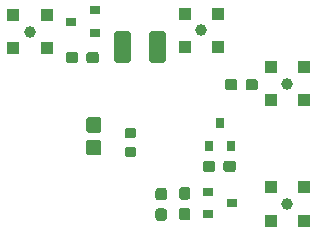
<source format=gtp>
G04 #@! TF.GenerationSoftware,KiCad,Pcbnew,(5.1.5-0)*
G04 #@! TF.CreationDate,2022-02-21T13:17:38-07:00*
G04 #@! TF.ProjectId,diode_ref,64696f64-655f-4726-9566-2e6b69636164,rev?*
G04 #@! TF.SameCoordinates,Original*
G04 #@! TF.FileFunction,Paste,Top*
G04 #@! TF.FilePolarity,Positive*
%FSLAX46Y46*%
G04 Gerber Fmt 4.6, Leading zero omitted, Abs format (unit mm)*
G04 Created by KiCad (PCBNEW (5.1.5-0)) date 2022-02-21 13:17:38*
%MOMM*%
%LPD*%
G04 APERTURE LIST*
%ADD10C,0.100000*%
%ADD11R,0.900000X0.800000*%
%ADD12R,1.000000X1.000000*%
%ADD13C,1.000000*%
%ADD14R,0.800000X0.900000*%
G04 APERTURE END LIST*
D10*
G36*
X118860779Y-65726144D02*
G01*
X118883834Y-65729563D01*
X118906443Y-65735227D01*
X118928387Y-65743079D01*
X118949457Y-65753044D01*
X118969448Y-65765026D01*
X118988168Y-65778910D01*
X119005438Y-65794562D01*
X119021090Y-65811832D01*
X119034974Y-65830552D01*
X119046956Y-65850543D01*
X119056921Y-65871613D01*
X119064773Y-65893557D01*
X119070437Y-65916166D01*
X119073856Y-65939221D01*
X119075000Y-65962500D01*
X119075000Y-66437500D01*
X119073856Y-66460779D01*
X119070437Y-66483834D01*
X119064773Y-66506443D01*
X119056921Y-66528387D01*
X119046956Y-66549457D01*
X119034974Y-66569448D01*
X119021090Y-66588168D01*
X119005438Y-66605438D01*
X118988168Y-66621090D01*
X118969448Y-66634974D01*
X118949457Y-66646956D01*
X118928387Y-66656921D01*
X118906443Y-66664773D01*
X118883834Y-66670437D01*
X118860779Y-66673856D01*
X118837500Y-66675000D01*
X118262500Y-66675000D01*
X118239221Y-66673856D01*
X118216166Y-66670437D01*
X118193557Y-66664773D01*
X118171613Y-66656921D01*
X118150543Y-66646956D01*
X118130552Y-66634974D01*
X118111832Y-66621090D01*
X118094562Y-66605438D01*
X118078910Y-66588168D01*
X118065026Y-66569448D01*
X118053044Y-66549457D01*
X118043079Y-66528387D01*
X118035227Y-66506443D01*
X118029563Y-66483834D01*
X118026144Y-66460779D01*
X118025000Y-66437500D01*
X118025000Y-65962500D01*
X118026144Y-65939221D01*
X118029563Y-65916166D01*
X118035227Y-65893557D01*
X118043079Y-65871613D01*
X118053044Y-65850543D01*
X118065026Y-65830552D01*
X118078910Y-65811832D01*
X118094562Y-65794562D01*
X118111832Y-65778910D01*
X118130552Y-65765026D01*
X118150543Y-65753044D01*
X118171613Y-65743079D01*
X118193557Y-65735227D01*
X118216166Y-65729563D01*
X118239221Y-65726144D01*
X118262500Y-65725000D01*
X118837500Y-65725000D01*
X118860779Y-65726144D01*
G37*
G36*
X120610779Y-65726144D02*
G01*
X120633834Y-65729563D01*
X120656443Y-65735227D01*
X120678387Y-65743079D01*
X120699457Y-65753044D01*
X120719448Y-65765026D01*
X120738168Y-65778910D01*
X120755438Y-65794562D01*
X120771090Y-65811832D01*
X120784974Y-65830552D01*
X120796956Y-65850543D01*
X120806921Y-65871613D01*
X120814773Y-65893557D01*
X120820437Y-65916166D01*
X120823856Y-65939221D01*
X120825000Y-65962500D01*
X120825000Y-66437500D01*
X120823856Y-66460779D01*
X120820437Y-66483834D01*
X120814773Y-66506443D01*
X120806921Y-66528387D01*
X120796956Y-66549457D01*
X120784974Y-66569448D01*
X120771090Y-66588168D01*
X120755438Y-66605438D01*
X120738168Y-66621090D01*
X120719448Y-66634974D01*
X120699457Y-66646956D01*
X120678387Y-66656921D01*
X120656443Y-66664773D01*
X120633834Y-66670437D01*
X120610779Y-66673856D01*
X120587500Y-66675000D01*
X120012500Y-66675000D01*
X119989221Y-66673856D01*
X119966166Y-66670437D01*
X119943557Y-66664773D01*
X119921613Y-66656921D01*
X119900543Y-66646956D01*
X119880552Y-66634974D01*
X119861832Y-66621090D01*
X119844562Y-66605438D01*
X119828910Y-66588168D01*
X119815026Y-66569448D01*
X119803044Y-66549457D01*
X119793079Y-66528387D01*
X119785227Y-66506443D01*
X119779563Y-66483834D01*
X119776144Y-66460779D01*
X119775000Y-66437500D01*
X119775000Y-65962500D01*
X119776144Y-65939221D01*
X119779563Y-65916166D01*
X119785227Y-65893557D01*
X119793079Y-65871613D01*
X119803044Y-65850543D01*
X119815026Y-65830552D01*
X119828910Y-65811832D01*
X119844562Y-65794562D01*
X119861832Y-65778910D01*
X119880552Y-65765026D01*
X119900543Y-65753044D01*
X119921613Y-65743079D01*
X119943557Y-65735227D01*
X119966166Y-65729563D01*
X119989221Y-65726144D01*
X120012500Y-65725000D01*
X120587500Y-65725000D01*
X120610779Y-65726144D01*
G37*
D11*
X118500000Y-63150000D03*
X120500000Y-62200000D03*
X120500000Y-64100000D03*
D12*
X128100000Y-62500000D03*
X130900000Y-62500000D03*
X130900000Y-65300000D03*
X128100000Y-65300000D03*
D13*
X129500000Y-63900000D03*
D12*
X113600000Y-62600000D03*
X116400000Y-62600000D03*
X116400000Y-65400000D03*
X113600000Y-65400000D03*
D13*
X115000000Y-64000000D03*
D10*
G36*
X126287004Y-63976204D02*
G01*
X126311273Y-63979804D01*
X126335071Y-63985765D01*
X126358171Y-63994030D01*
X126380349Y-64004520D01*
X126401393Y-64017133D01*
X126421098Y-64031747D01*
X126439277Y-64048223D01*
X126455753Y-64066402D01*
X126470367Y-64086107D01*
X126482980Y-64107151D01*
X126493470Y-64129329D01*
X126501735Y-64152429D01*
X126507696Y-64176227D01*
X126511296Y-64200496D01*
X126512500Y-64225000D01*
X126512500Y-66375000D01*
X126511296Y-66399504D01*
X126507696Y-66423773D01*
X126501735Y-66447571D01*
X126493470Y-66470671D01*
X126482980Y-66492849D01*
X126470367Y-66513893D01*
X126455753Y-66533598D01*
X126439277Y-66551777D01*
X126421098Y-66568253D01*
X126401393Y-66582867D01*
X126380349Y-66595480D01*
X126358171Y-66605970D01*
X126335071Y-66614235D01*
X126311273Y-66620196D01*
X126287004Y-66623796D01*
X126262500Y-66625000D01*
X125337500Y-66625000D01*
X125312996Y-66623796D01*
X125288727Y-66620196D01*
X125264929Y-66614235D01*
X125241829Y-66605970D01*
X125219651Y-66595480D01*
X125198607Y-66582867D01*
X125178902Y-66568253D01*
X125160723Y-66551777D01*
X125144247Y-66533598D01*
X125129633Y-66513893D01*
X125117020Y-66492849D01*
X125106530Y-66470671D01*
X125098265Y-66447571D01*
X125092304Y-66423773D01*
X125088704Y-66399504D01*
X125087500Y-66375000D01*
X125087500Y-64225000D01*
X125088704Y-64200496D01*
X125092304Y-64176227D01*
X125098265Y-64152429D01*
X125106530Y-64129329D01*
X125117020Y-64107151D01*
X125129633Y-64086107D01*
X125144247Y-64066402D01*
X125160723Y-64048223D01*
X125178902Y-64031747D01*
X125198607Y-64017133D01*
X125219651Y-64004520D01*
X125241829Y-63994030D01*
X125264929Y-63985765D01*
X125288727Y-63979804D01*
X125312996Y-63976204D01*
X125337500Y-63975000D01*
X126262500Y-63975000D01*
X126287004Y-63976204D01*
G37*
G36*
X123312004Y-63976204D02*
G01*
X123336273Y-63979804D01*
X123360071Y-63985765D01*
X123383171Y-63994030D01*
X123405349Y-64004520D01*
X123426393Y-64017133D01*
X123446098Y-64031747D01*
X123464277Y-64048223D01*
X123480753Y-64066402D01*
X123495367Y-64086107D01*
X123507980Y-64107151D01*
X123518470Y-64129329D01*
X123526735Y-64152429D01*
X123532696Y-64176227D01*
X123536296Y-64200496D01*
X123537500Y-64225000D01*
X123537500Y-66375000D01*
X123536296Y-66399504D01*
X123532696Y-66423773D01*
X123526735Y-66447571D01*
X123518470Y-66470671D01*
X123507980Y-66492849D01*
X123495367Y-66513893D01*
X123480753Y-66533598D01*
X123464277Y-66551777D01*
X123446098Y-66568253D01*
X123426393Y-66582867D01*
X123405349Y-66595480D01*
X123383171Y-66605970D01*
X123360071Y-66614235D01*
X123336273Y-66620196D01*
X123312004Y-66623796D01*
X123287500Y-66625000D01*
X122362500Y-66625000D01*
X122337996Y-66623796D01*
X122313727Y-66620196D01*
X122289929Y-66614235D01*
X122266829Y-66605970D01*
X122244651Y-66595480D01*
X122223607Y-66582867D01*
X122203902Y-66568253D01*
X122185723Y-66551777D01*
X122169247Y-66533598D01*
X122154633Y-66513893D01*
X122142020Y-66492849D01*
X122131530Y-66470671D01*
X122123265Y-66447571D01*
X122117304Y-66423773D01*
X122113704Y-66399504D01*
X122112500Y-66375000D01*
X122112500Y-64225000D01*
X122113704Y-64200496D01*
X122117304Y-64176227D01*
X122123265Y-64152429D01*
X122131530Y-64129329D01*
X122142020Y-64107151D01*
X122154633Y-64086107D01*
X122169247Y-64066402D01*
X122185723Y-64048223D01*
X122203902Y-64031747D01*
X122223607Y-64017133D01*
X122244651Y-64004520D01*
X122266829Y-63994030D01*
X122289929Y-63985765D01*
X122313727Y-63979804D01*
X122337996Y-63976204D01*
X122362500Y-63975000D01*
X123287500Y-63975000D01*
X123312004Y-63976204D01*
G37*
D12*
X135400000Y-77200000D03*
X138200000Y-77200000D03*
X138200000Y-80000000D03*
X135400000Y-80000000D03*
D13*
X136800000Y-78600000D03*
D12*
X135400000Y-67000000D03*
X138200000Y-67000000D03*
X138200000Y-69800000D03*
X135400000Y-69800000D03*
D13*
X136800000Y-68400000D03*
D10*
G36*
X128360779Y-78926144D02*
G01*
X128383834Y-78929563D01*
X128406443Y-78935227D01*
X128428387Y-78943079D01*
X128449457Y-78953044D01*
X128469448Y-78965026D01*
X128488168Y-78978910D01*
X128505438Y-78994562D01*
X128521090Y-79011832D01*
X128534974Y-79030552D01*
X128546956Y-79050543D01*
X128556921Y-79071613D01*
X128564773Y-79093557D01*
X128570437Y-79116166D01*
X128573856Y-79139221D01*
X128575000Y-79162500D01*
X128575000Y-79737500D01*
X128573856Y-79760779D01*
X128570437Y-79783834D01*
X128564773Y-79806443D01*
X128556921Y-79828387D01*
X128546956Y-79849457D01*
X128534974Y-79869448D01*
X128521090Y-79888168D01*
X128505438Y-79905438D01*
X128488168Y-79921090D01*
X128469448Y-79934974D01*
X128449457Y-79946956D01*
X128428387Y-79956921D01*
X128406443Y-79964773D01*
X128383834Y-79970437D01*
X128360779Y-79973856D01*
X128337500Y-79975000D01*
X127862500Y-79975000D01*
X127839221Y-79973856D01*
X127816166Y-79970437D01*
X127793557Y-79964773D01*
X127771613Y-79956921D01*
X127750543Y-79946956D01*
X127730552Y-79934974D01*
X127711832Y-79921090D01*
X127694562Y-79905438D01*
X127678910Y-79888168D01*
X127665026Y-79869448D01*
X127653044Y-79849457D01*
X127643079Y-79828387D01*
X127635227Y-79806443D01*
X127629563Y-79783834D01*
X127626144Y-79760779D01*
X127625000Y-79737500D01*
X127625000Y-79162500D01*
X127626144Y-79139221D01*
X127629563Y-79116166D01*
X127635227Y-79093557D01*
X127643079Y-79071613D01*
X127653044Y-79050543D01*
X127665026Y-79030552D01*
X127678910Y-79011832D01*
X127694562Y-78994562D01*
X127711832Y-78978910D01*
X127730552Y-78965026D01*
X127750543Y-78953044D01*
X127771613Y-78943079D01*
X127793557Y-78935227D01*
X127816166Y-78929563D01*
X127839221Y-78926144D01*
X127862500Y-78925000D01*
X128337500Y-78925000D01*
X128360779Y-78926144D01*
G37*
G36*
X128360779Y-77176144D02*
G01*
X128383834Y-77179563D01*
X128406443Y-77185227D01*
X128428387Y-77193079D01*
X128449457Y-77203044D01*
X128469448Y-77215026D01*
X128488168Y-77228910D01*
X128505438Y-77244562D01*
X128521090Y-77261832D01*
X128534974Y-77280552D01*
X128546956Y-77300543D01*
X128556921Y-77321613D01*
X128564773Y-77343557D01*
X128570437Y-77366166D01*
X128573856Y-77389221D01*
X128575000Y-77412500D01*
X128575000Y-77987500D01*
X128573856Y-78010779D01*
X128570437Y-78033834D01*
X128564773Y-78056443D01*
X128556921Y-78078387D01*
X128546956Y-78099457D01*
X128534974Y-78119448D01*
X128521090Y-78138168D01*
X128505438Y-78155438D01*
X128488168Y-78171090D01*
X128469448Y-78184974D01*
X128449457Y-78196956D01*
X128428387Y-78206921D01*
X128406443Y-78214773D01*
X128383834Y-78220437D01*
X128360779Y-78223856D01*
X128337500Y-78225000D01*
X127862500Y-78225000D01*
X127839221Y-78223856D01*
X127816166Y-78220437D01*
X127793557Y-78214773D01*
X127771613Y-78206921D01*
X127750543Y-78196956D01*
X127730552Y-78184974D01*
X127711832Y-78171090D01*
X127694562Y-78155438D01*
X127678910Y-78138168D01*
X127665026Y-78119448D01*
X127653044Y-78099457D01*
X127643079Y-78078387D01*
X127635227Y-78056443D01*
X127629563Y-78033834D01*
X127626144Y-78010779D01*
X127625000Y-77987500D01*
X127625000Y-77412500D01*
X127626144Y-77389221D01*
X127629563Y-77366166D01*
X127635227Y-77343557D01*
X127643079Y-77321613D01*
X127653044Y-77300543D01*
X127665026Y-77280552D01*
X127678910Y-77261832D01*
X127694562Y-77244562D01*
X127711832Y-77228910D01*
X127730552Y-77215026D01*
X127750543Y-77203044D01*
X127771613Y-77193079D01*
X127793557Y-77185227D01*
X127816166Y-77179563D01*
X127839221Y-77176144D01*
X127862500Y-77175000D01*
X128337500Y-77175000D01*
X128360779Y-77176144D01*
G37*
G36*
X130460779Y-74926144D02*
G01*
X130483834Y-74929563D01*
X130506443Y-74935227D01*
X130528387Y-74943079D01*
X130549457Y-74953044D01*
X130569448Y-74965026D01*
X130588168Y-74978910D01*
X130605438Y-74994562D01*
X130621090Y-75011832D01*
X130634974Y-75030552D01*
X130646956Y-75050543D01*
X130656921Y-75071613D01*
X130664773Y-75093557D01*
X130670437Y-75116166D01*
X130673856Y-75139221D01*
X130675000Y-75162500D01*
X130675000Y-75637500D01*
X130673856Y-75660779D01*
X130670437Y-75683834D01*
X130664773Y-75706443D01*
X130656921Y-75728387D01*
X130646956Y-75749457D01*
X130634974Y-75769448D01*
X130621090Y-75788168D01*
X130605438Y-75805438D01*
X130588168Y-75821090D01*
X130569448Y-75834974D01*
X130549457Y-75846956D01*
X130528387Y-75856921D01*
X130506443Y-75864773D01*
X130483834Y-75870437D01*
X130460779Y-75873856D01*
X130437500Y-75875000D01*
X129862500Y-75875000D01*
X129839221Y-75873856D01*
X129816166Y-75870437D01*
X129793557Y-75864773D01*
X129771613Y-75856921D01*
X129750543Y-75846956D01*
X129730552Y-75834974D01*
X129711832Y-75821090D01*
X129694562Y-75805438D01*
X129678910Y-75788168D01*
X129665026Y-75769448D01*
X129653044Y-75749457D01*
X129643079Y-75728387D01*
X129635227Y-75706443D01*
X129629563Y-75683834D01*
X129626144Y-75660779D01*
X129625000Y-75637500D01*
X129625000Y-75162500D01*
X129626144Y-75139221D01*
X129629563Y-75116166D01*
X129635227Y-75093557D01*
X129643079Y-75071613D01*
X129653044Y-75050543D01*
X129665026Y-75030552D01*
X129678910Y-75011832D01*
X129694562Y-74994562D01*
X129711832Y-74978910D01*
X129730552Y-74965026D01*
X129750543Y-74953044D01*
X129771613Y-74943079D01*
X129793557Y-74935227D01*
X129816166Y-74929563D01*
X129839221Y-74926144D01*
X129862500Y-74925000D01*
X130437500Y-74925000D01*
X130460779Y-74926144D01*
G37*
G36*
X132210779Y-74926144D02*
G01*
X132233834Y-74929563D01*
X132256443Y-74935227D01*
X132278387Y-74943079D01*
X132299457Y-74953044D01*
X132319448Y-74965026D01*
X132338168Y-74978910D01*
X132355438Y-74994562D01*
X132371090Y-75011832D01*
X132384974Y-75030552D01*
X132396956Y-75050543D01*
X132406921Y-75071613D01*
X132414773Y-75093557D01*
X132420437Y-75116166D01*
X132423856Y-75139221D01*
X132425000Y-75162500D01*
X132425000Y-75637500D01*
X132423856Y-75660779D01*
X132420437Y-75683834D01*
X132414773Y-75706443D01*
X132406921Y-75728387D01*
X132396956Y-75749457D01*
X132384974Y-75769448D01*
X132371090Y-75788168D01*
X132355438Y-75805438D01*
X132338168Y-75821090D01*
X132319448Y-75834974D01*
X132299457Y-75846956D01*
X132278387Y-75856921D01*
X132256443Y-75864773D01*
X132233834Y-75870437D01*
X132210779Y-75873856D01*
X132187500Y-75875000D01*
X131612500Y-75875000D01*
X131589221Y-75873856D01*
X131566166Y-75870437D01*
X131543557Y-75864773D01*
X131521613Y-75856921D01*
X131500543Y-75846956D01*
X131480552Y-75834974D01*
X131461832Y-75821090D01*
X131444562Y-75805438D01*
X131428910Y-75788168D01*
X131415026Y-75769448D01*
X131403044Y-75749457D01*
X131393079Y-75728387D01*
X131385227Y-75706443D01*
X131379563Y-75683834D01*
X131376144Y-75660779D01*
X131375000Y-75637500D01*
X131375000Y-75162500D01*
X131376144Y-75139221D01*
X131379563Y-75116166D01*
X131385227Y-75093557D01*
X131393079Y-75071613D01*
X131403044Y-75050543D01*
X131415026Y-75030552D01*
X131428910Y-75011832D01*
X131444562Y-74994562D01*
X131461832Y-74978910D01*
X131480552Y-74965026D01*
X131500543Y-74953044D01*
X131521613Y-74943079D01*
X131543557Y-74935227D01*
X131566166Y-74929563D01*
X131589221Y-74926144D01*
X131612500Y-74925000D01*
X132187500Y-74925000D01*
X132210779Y-74926144D01*
G37*
G36*
X134085779Y-68026144D02*
G01*
X134108834Y-68029563D01*
X134131443Y-68035227D01*
X134153387Y-68043079D01*
X134174457Y-68053044D01*
X134194448Y-68065026D01*
X134213168Y-68078910D01*
X134230438Y-68094562D01*
X134246090Y-68111832D01*
X134259974Y-68130552D01*
X134271956Y-68150543D01*
X134281921Y-68171613D01*
X134289773Y-68193557D01*
X134295437Y-68216166D01*
X134298856Y-68239221D01*
X134300000Y-68262500D01*
X134300000Y-68737500D01*
X134298856Y-68760779D01*
X134295437Y-68783834D01*
X134289773Y-68806443D01*
X134281921Y-68828387D01*
X134271956Y-68849457D01*
X134259974Y-68869448D01*
X134246090Y-68888168D01*
X134230438Y-68905438D01*
X134213168Y-68921090D01*
X134194448Y-68934974D01*
X134174457Y-68946956D01*
X134153387Y-68956921D01*
X134131443Y-68964773D01*
X134108834Y-68970437D01*
X134085779Y-68973856D01*
X134062500Y-68975000D01*
X133487500Y-68975000D01*
X133464221Y-68973856D01*
X133441166Y-68970437D01*
X133418557Y-68964773D01*
X133396613Y-68956921D01*
X133375543Y-68946956D01*
X133355552Y-68934974D01*
X133336832Y-68921090D01*
X133319562Y-68905438D01*
X133303910Y-68888168D01*
X133290026Y-68869448D01*
X133278044Y-68849457D01*
X133268079Y-68828387D01*
X133260227Y-68806443D01*
X133254563Y-68783834D01*
X133251144Y-68760779D01*
X133250000Y-68737500D01*
X133250000Y-68262500D01*
X133251144Y-68239221D01*
X133254563Y-68216166D01*
X133260227Y-68193557D01*
X133268079Y-68171613D01*
X133278044Y-68150543D01*
X133290026Y-68130552D01*
X133303910Y-68111832D01*
X133319562Y-68094562D01*
X133336832Y-68078910D01*
X133355552Y-68065026D01*
X133375543Y-68053044D01*
X133396613Y-68043079D01*
X133418557Y-68035227D01*
X133441166Y-68029563D01*
X133464221Y-68026144D01*
X133487500Y-68025000D01*
X134062500Y-68025000D01*
X134085779Y-68026144D01*
G37*
G36*
X132335779Y-68026144D02*
G01*
X132358834Y-68029563D01*
X132381443Y-68035227D01*
X132403387Y-68043079D01*
X132424457Y-68053044D01*
X132444448Y-68065026D01*
X132463168Y-68078910D01*
X132480438Y-68094562D01*
X132496090Y-68111832D01*
X132509974Y-68130552D01*
X132521956Y-68150543D01*
X132531921Y-68171613D01*
X132539773Y-68193557D01*
X132545437Y-68216166D01*
X132548856Y-68239221D01*
X132550000Y-68262500D01*
X132550000Y-68737500D01*
X132548856Y-68760779D01*
X132545437Y-68783834D01*
X132539773Y-68806443D01*
X132531921Y-68828387D01*
X132521956Y-68849457D01*
X132509974Y-68869448D01*
X132496090Y-68888168D01*
X132480438Y-68905438D01*
X132463168Y-68921090D01*
X132444448Y-68934974D01*
X132424457Y-68946956D01*
X132403387Y-68956921D01*
X132381443Y-68964773D01*
X132358834Y-68970437D01*
X132335779Y-68973856D01*
X132312500Y-68975000D01*
X131737500Y-68975000D01*
X131714221Y-68973856D01*
X131691166Y-68970437D01*
X131668557Y-68964773D01*
X131646613Y-68956921D01*
X131625543Y-68946956D01*
X131605552Y-68934974D01*
X131586832Y-68921090D01*
X131569562Y-68905438D01*
X131553910Y-68888168D01*
X131540026Y-68869448D01*
X131528044Y-68849457D01*
X131518079Y-68828387D01*
X131510227Y-68806443D01*
X131504563Y-68783834D01*
X131501144Y-68760779D01*
X131500000Y-68737500D01*
X131500000Y-68262500D01*
X131501144Y-68239221D01*
X131504563Y-68216166D01*
X131510227Y-68193557D01*
X131518079Y-68171613D01*
X131528044Y-68150543D01*
X131540026Y-68130552D01*
X131553910Y-68111832D01*
X131569562Y-68094562D01*
X131586832Y-68078910D01*
X131605552Y-68065026D01*
X131625543Y-68053044D01*
X131646613Y-68043079D01*
X131668557Y-68035227D01*
X131691166Y-68029563D01*
X131714221Y-68026144D01*
X131737500Y-68025000D01*
X132312500Y-68025000D01*
X132335779Y-68026144D01*
G37*
G36*
X126360779Y-78976144D02*
G01*
X126383834Y-78979563D01*
X126406443Y-78985227D01*
X126428387Y-78993079D01*
X126449457Y-79003044D01*
X126469448Y-79015026D01*
X126488168Y-79028910D01*
X126505438Y-79044562D01*
X126521090Y-79061832D01*
X126534974Y-79080552D01*
X126546956Y-79100543D01*
X126556921Y-79121613D01*
X126564773Y-79143557D01*
X126570437Y-79166166D01*
X126573856Y-79189221D01*
X126575000Y-79212500D01*
X126575000Y-79787500D01*
X126573856Y-79810779D01*
X126570437Y-79833834D01*
X126564773Y-79856443D01*
X126556921Y-79878387D01*
X126546956Y-79899457D01*
X126534974Y-79919448D01*
X126521090Y-79938168D01*
X126505438Y-79955438D01*
X126488168Y-79971090D01*
X126469448Y-79984974D01*
X126449457Y-79996956D01*
X126428387Y-80006921D01*
X126406443Y-80014773D01*
X126383834Y-80020437D01*
X126360779Y-80023856D01*
X126337500Y-80025000D01*
X125862500Y-80025000D01*
X125839221Y-80023856D01*
X125816166Y-80020437D01*
X125793557Y-80014773D01*
X125771613Y-80006921D01*
X125750543Y-79996956D01*
X125730552Y-79984974D01*
X125711832Y-79971090D01*
X125694562Y-79955438D01*
X125678910Y-79938168D01*
X125665026Y-79919448D01*
X125653044Y-79899457D01*
X125643079Y-79878387D01*
X125635227Y-79856443D01*
X125629563Y-79833834D01*
X125626144Y-79810779D01*
X125625000Y-79787500D01*
X125625000Y-79212500D01*
X125626144Y-79189221D01*
X125629563Y-79166166D01*
X125635227Y-79143557D01*
X125643079Y-79121613D01*
X125653044Y-79100543D01*
X125665026Y-79080552D01*
X125678910Y-79061832D01*
X125694562Y-79044562D01*
X125711832Y-79028910D01*
X125730552Y-79015026D01*
X125750543Y-79003044D01*
X125771613Y-78993079D01*
X125793557Y-78985227D01*
X125816166Y-78979563D01*
X125839221Y-78976144D01*
X125862500Y-78975000D01*
X126337500Y-78975000D01*
X126360779Y-78976144D01*
G37*
G36*
X126360779Y-77226144D02*
G01*
X126383834Y-77229563D01*
X126406443Y-77235227D01*
X126428387Y-77243079D01*
X126449457Y-77253044D01*
X126469448Y-77265026D01*
X126488168Y-77278910D01*
X126505438Y-77294562D01*
X126521090Y-77311832D01*
X126534974Y-77330552D01*
X126546956Y-77350543D01*
X126556921Y-77371613D01*
X126564773Y-77393557D01*
X126570437Y-77416166D01*
X126573856Y-77439221D01*
X126575000Y-77462500D01*
X126575000Y-78037500D01*
X126573856Y-78060779D01*
X126570437Y-78083834D01*
X126564773Y-78106443D01*
X126556921Y-78128387D01*
X126546956Y-78149457D01*
X126534974Y-78169448D01*
X126521090Y-78188168D01*
X126505438Y-78205438D01*
X126488168Y-78221090D01*
X126469448Y-78234974D01*
X126449457Y-78246956D01*
X126428387Y-78256921D01*
X126406443Y-78264773D01*
X126383834Y-78270437D01*
X126360779Y-78273856D01*
X126337500Y-78275000D01*
X125862500Y-78275000D01*
X125839221Y-78273856D01*
X125816166Y-78270437D01*
X125793557Y-78264773D01*
X125771613Y-78256921D01*
X125750543Y-78246956D01*
X125730552Y-78234974D01*
X125711832Y-78221090D01*
X125694562Y-78205438D01*
X125678910Y-78188168D01*
X125665026Y-78169448D01*
X125653044Y-78149457D01*
X125643079Y-78128387D01*
X125635227Y-78106443D01*
X125629563Y-78083834D01*
X125626144Y-78060779D01*
X125625000Y-78037500D01*
X125625000Y-77462500D01*
X125626144Y-77439221D01*
X125629563Y-77416166D01*
X125635227Y-77393557D01*
X125643079Y-77371613D01*
X125653044Y-77350543D01*
X125665026Y-77330552D01*
X125678910Y-77311832D01*
X125694562Y-77294562D01*
X125711832Y-77278910D01*
X125730552Y-77265026D01*
X125750543Y-77253044D01*
X125771613Y-77243079D01*
X125793557Y-77235227D01*
X125816166Y-77229563D01*
X125839221Y-77226144D01*
X125862500Y-77225000D01*
X126337500Y-77225000D01*
X126360779Y-77226144D01*
G37*
D11*
X132100000Y-78500000D03*
X130100000Y-79450000D03*
X130100000Y-77550000D03*
D14*
X131100000Y-71700000D03*
X132050000Y-73700000D03*
X130150000Y-73700000D03*
D10*
G36*
X123777691Y-72163553D02*
G01*
X123798926Y-72166703D01*
X123819750Y-72171919D01*
X123839962Y-72179151D01*
X123859368Y-72188330D01*
X123877781Y-72199366D01*
X123895024Y-72212154D01*
X123910930Y-72226570D01*
X123925346Y-72242476D01*
X123938134Y-72259719D01*
X123949170Y-72278132D01*
X123958349Y-72297538D01*
X123965581Y-72317750D01*
X123970797Y-72338574D01*
X123973947Y-72359809D01*
X123975000Y-72381250D01*
X123975000Y-72818750D01*
X123973947Y-72840191D01*
X123970797Y-72861426D01*
X123965581Y-72882250D01*
X123958349Y-72902462D01*
X123949170Y-72921868D01*
X123938134Y-72940281D01*
X123925346Y-72957524D01*
X123910930Y-72973430D01*
X123895024Y-72987846D01*
X123877781Y-73000634D01*
X123859368Y-73011670D01*
X123839962Y-73020849D01*
X123819750Y-73028081D01*
X123798926Y-73033297D01*
X123777691Y-73036447D01*
X123756250Y-73037500D01*
X123243750Y-73037500D01*
X123222309Y-73036447D01*
X123201074Y-73033297D01*
X123180250Y-73028081D01*
X123160038Y-73020849D01*
X123140632Y-73011670D01*
X123122219Y-73000634D01*
X123104976Y-72987846D01*
X123089070Y-72973430D01*
X123074654Y-72957524D01*
X123061866Y-72940281D01*
X123050830Y-72921868D01*
X123041651Y-72902462D01*
X123034419Y-72882250D01*
X123029203Y-72861426D01*
X123026053Y-72840191D01*
X123025000Y-72818750D01*
X123025000Y-72381250D01*
X123026053Y-72359809D01*
X123029203Y-72338574D01*
X123034419Y-72317750D01*
X123041651Y-72297538D01*
X123050830Y-72278132D01*
X123061866Y-72259719D01*
X123074654Y-72242476D01*
X123089070Y-72226570D01*
X123104976Y-72212154D01*
X123122219Y-72199366D01*
X123140632Y-72188330D01*
X123160038Y-72179151D01*
X123180250Y-72171919D01*
X123201074Y-72166703D01*
X123222309Y-72163553D01*
X123243750Y-72162500D01*
X123756250Y-72162500D01*
X123777691Y-72163553D01*
G37*
G36*
X123777691Y-73738553D02*
G01*
X123798926Y-73741703D01*
X123819750Y-73746919D01*
X123839962Y-73754151D01*
X123859368Y-73763330D01*
X123877781Y-73774366D01*
X123895024Y-73787154D01*
X123910930Y-73801570D01*
X123925346Y-73817476D01*
X123938134Y-73834719D01*
X123949170Y-73853132D01*
X123958349Y-73872538D01*
X123965581Y-73892750D01*
X123970797Y-73913574D01*
X123973947Y-73934809D01*
X123975000Y-73956250D01*
X123975000Y-74393750D01*
X123973947Y-74415191D01*
X123970797Y-74436426D01*
X123965581Y-74457250D01*
X123958349Y-74477462D01*
X123949170Y-74496868D01*
X123938134Y-74515281D01*
X123925346Y-74532524D01*
X123910930Y-74548430D01*
X123895024Y-74562846D01*
X123877781Y-74575634D01*
X123859368Y-74586670D01*
X123839962Y-74595849D01*
X123819750Y-74603081D01*
X123798926Y-74608297D01*
X123777691Y-74611447D01*
X123756250Y-74612500D01*
X123243750Y-74612500D01*
X123222309Y-74611447D01*
X123201074Y-74608297D01*
X123180250Y-74603081D01*
X123160038Y-74595849D01*
X123140632Y-74586670D01*
X123122219Y-74575634D01*
X123104976Y-74562846D01*
X123089070Y-74548430D01*
X123074654Y-74532524D01*
X123061866Y-74515281D01*
X123050830Y-74496868D01*
X123041651Y-74477462D01*
X123034419Y-74457250D01*
X123029203Y-74436426D01*
X123026053Y-74415191D01*
X123025000Y-74393750D01*
X123025000Y-73956250D01*
X123026053Y-73934809D01*
X123029203Y-73913574D01*
X123034419Y-73892750D01*
X123041651Y-73872538D01*
X123050830Y-73853132D01*
X123061866Y-73834719D01*
X123074654Y-73817476D01*
X123089070Y-73801570D01*
X123104976Y-73787154D01*
X123122219Y-73774366D01*
X123140632Y-73763330D01*
X123160038Y-73754151D01*
X123180250Y-73746919D01*
X123201074Y-73741703D01*
X123222309Y-73738553D01*
X123243750Y-73737500D01*
X123756250Y-73737500D01*
X123777691Y-73738553D01*
G37*
G36*
X120824504Y-71238704D02*
G01*
X120848773Y-71242304D01*
X120872571Y-71248265D01*
X120895671Y-71256530D01*
X120917849Y-71267020D01*
X120938893Y-71279633D01*
X120958598Y-71294247D01*
X120976777Y-71310723D01*
X120993253Y-71328902D01*
X121007867Y-71348607D01*
X121020480Y-71369651D01*
X121030970Y-71391829D01*
X121039235Y-71414929D01*
X121045196Y-71438727D01*
X121048796Y-71462996D01*
X121050000Y-71487500D01*
X121050000Y-72312500D01*
X121048796Y-72337004D01*
X121045196Y-72361273D01*
X121039235Y-72385071D01*
X121030970Y-72408171D01*
X121020480Y-72430349D01*
X121007867Y-72451393D01*
X120993253Y-72471098D01*
X120976777Y-72489277D01*
X120958598Y-72505753D01*
X120938893Y-72520367D01*
X120917849Y-72532980D01*
X120895671Y-72543470D01*
X120872571Y-72551735D01*
X120848773Y-72557696D01*
X120824504Y-72561296D01*
X120800000Y-72562500D01*
X120000000Y-72562500D01*
X119975496Y-72561296D01*
X119951227Y-72557696D01*
X119927429Y-72551735D01*
X119904329Y-72543470D01*
X119882151Y-72532980D01*
X119861107Y-72520367D01*
X119841402Y-72505753D01*
X119823223Y-72489277D01*
X119806747Y-72471098D01*
X119792133Y-72451393D01*
X119779520Y-72430349D01*
X119769030Y-72408171D01*
X119760765Y-72385071D01*
X119754804Y-72361273D01*
X119751204Y-72337004D01*
X119750000Y-72312500D01*
X119750000Y-71487500D01*
X119751204Y-71462996D01*
X119754804Y-71438727D01*
X119760765Y-71414929D01*
X119769030Y-71391829D01*
X119779520Y-71369651D01*
X119792133Y-71348607D01*
X119806747Y-71328902D01*
X119823223Y-71310723D01*
X119841402Y-71294247D01*
X119861107Y-71279633D01*
X119882151Y-71267020D01*
X119904329Y-71256530D01*
X119927429Y-71248265D01*
X119951227Y-71242304D01*
X119975496Y-71238704D01*
X120000000Y-71237500D01*
X120800000Y-71237500D01*
X120824504Y-71238704D01*
G37*
G36*
X120824504Y-73163704D02*
G01*
X120848773Y-73167304D01*
X120872571Y-73173265D01*
X120895671Y-73181530D01*
X120917849Y-73192020D01*
X120938893Y-73204633D01*
X120958598Y-73219247D01*
X120976777Y-73235723D01*
X120993253Y-73253902D01*
X121007867Y-73273607D01*
X121020480Y-73294651D01*
X121030970Y-73316829D01*
X121039235Y-73339929D01*
X121045196Y-73363727D01*
X121048796Y-73387996D01*
X121050000Y-73412500D01*
X121050000Y-74237500D01*
X121048796Y-74262004D01*
X121045196Y-74286273D01*
X121039235Y-74310071D01*
X121030970Y-74333171D01*
X121020480Y-74355349D01*
X121007867Y-74376393D01*
X120993253Y-74396098D01*
X120976777Y-74414277D01*
X120958598Y-74430753D01*
X120938893Y-74445367D01*
X120917849Y-74457980D01*
X120895671Y-74468470D01*
X120872571Y-74476735D01*
X120848773Y-74482696D01*
X120824504Y-74486296D01*
X120800000Y-74487500D01*
X120000000Y-74487500D01*
X119975496Y-74486296D01*
X119951227Y-74482696D01*
X119927429Y-74476735D01*
X119904329Y-74468470D01*
X119882151Y-74457980D01*
X119861107Y-74445367D01*
X119841402Y-74430753D01*
X119823223Y-74414277D01*
X119806747Y-74396098D01*
X119792133Y-74376393D01*
X119779520Y-74355349D01*
X119769030Y-74333171D01*
X119760765Y-74310071D01*
X119754804Y-74286273D01*
X119751204Y-74262004D01*
X119750000Y-74237500D01*
X119750000Y-73412500D01*
X119751204Y-73387996D01*
X119754804Y-73363727D01*
X119760765Y-73339929D01*
X119769030Y-73316829D01*
X119779520Y-73294651D01*
X119792133Y-73273607D01*
X119806747Y-73253902D01*
X119823223Y-73235723D01*
X119841402Y-73219247D01*
X119861107Y-73204633D01*
X119882151Y-73192020D01*
X119904329Y-73181530D01*
X119927429Y-73173265D01*
X119951227Y-73167304D01*
X119975496Y-73163704D01*
X120000000Y-73162500D01*
X120800000Y-73162500D01*
X120824504Y-73163704D01*
G37*
M02*

</source>
